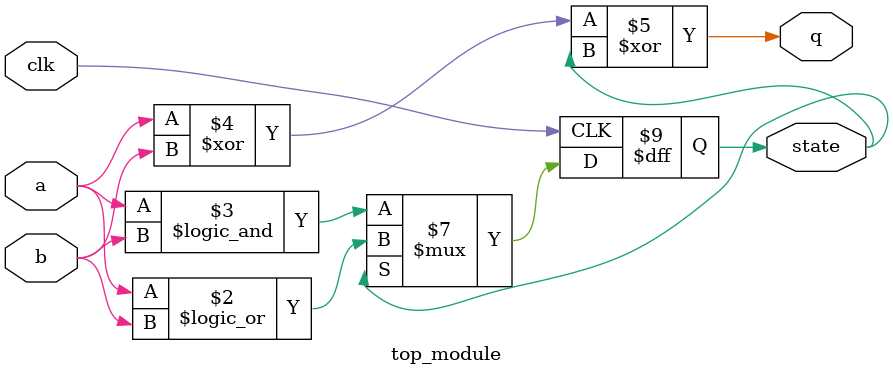
<source format=sv>
module top_module (
  input clk,
  input a,
  input b,
  output q,
  output reg state  );

  always_ff@(posedge clk)
    if (state)
      state <= a || b;
    else
      state <= a && b;
    
  assign q = a ^ b ^ state;

endmodule

</source>
